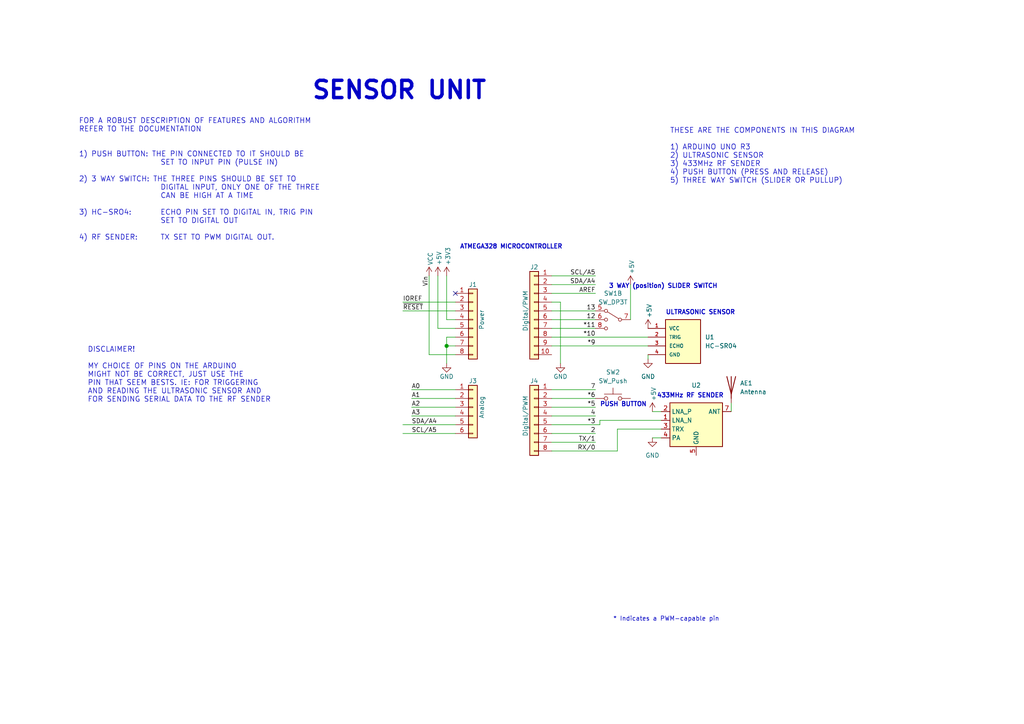
<source format=kicad_sch>
(kicad_sch (version 20230121) (generator eeschema)

  (uuid e63e39d7-6ac0-4ffd-8aa3-1841a4541b55)

  (paper "A4")

  (title_block
    (title "SENSOR UNIT")
    (date "November 28, 2023")
    (company "Electrify")
  )

  (lib_symbols
    (symbol "Connector_Generic:Conn_01x06" (pin_names (offset 1.016) hide) (in_bom yes) (on_board yes)
      (property "Reference" "J" (at 0 7.62 0)
        (effects (font (size 1.27 1.27)))
      )
      (property "Value" "Conn_01x06" (at 0 -10.16 0)
        (effects (font (size 1.27 1.27)))
      )
      (property "Footprint" "" (at 0 0 0)
        (effects (font (size 1.27 1.27)) hide)
      )
      (property "Datasheet" "~" (at 0 0 0)
        (effects (font (size 1.27 1.27)) hide)
      )
      (property "ki_keywords" "connector" (at 0 0 0)
        (effects (font (size 1.27 1.27)) hide)
      )
      (property "ki_description" "Generic connector, single row, 01x06, script generated (kicad-library-utils/schlib/autogen/connector/)" (at 0 0 0)
        (effects (font (size 1.27 1.27)) hide)
      )
      (property "ki_fp_filters" "Connector*:*_1x??_*" (at 0 0 0)
        (effects (font (size 1.27 1.27)) hide)
      )
      (symbol "Conn_01x06_1_1"
        (rectangle (start -1.27 -7.493) (end 0 -7.747)
          (stroke (width 0.1524) (type default))
          (fill (type none))
        )
        (rectangle (start -1.27 -4.953) (end 0 -5.207)
          (stroke (width 0.1524) (type default))
          (fill (type none))
        )
        (rectangle (start -1.27 -2.413) (end 0 -2.667)
          (stroke (width 0.1524) (type default))
          (fill (type none))
        )
        (rectangle (start -1.27 0.127) (end 0 -0.127)
          (stroke (width 0.1524) (type default))
          (fill (type none))
        )
        (rectangle (start -1.27 2.667) (end 0 2.413)
          (stroke (width 0.1524) (type default))
          (fill (type none))
        )
        (rectangle (start -1.27 5.207) (end 0 4.953)
          (stroke (width 0.1524) (type default))
          (fill (type none))
        )
        (rectangle (start -1.27 6.35) (end 1.27 -8.89)
          (stroke (width 0.254) (type default))
          (fill (type background))
        )
        (pin passive line (at -5.08 5.08 0) (length 3.81)
          (name "Pin_1" (effects (font (size 1.27 1.27))))
          (number "1" (effects (font (size 1.27 1.27))))
        )
        (pin passive line (at -5.08 2.54 0) (length 3.81)
          (name "Pin_2" (effects (font (size 1.27 1.27))))
          (number "2" (effects (font (size 1.27 1.27))))
        )
        (pin passive line (at -5.08 0 0) (length 3.81)
          (name "Pin_3" (effects (font (size 1.27 1.27))))
          (number "3" (effects (font (size 1.27 1.27))))
        )
        (pin passive line (at -5.08 -2.54 0) (length 3.81)
          (name "Pin_4" (effects (font (size 1.27 1.27))))
          (number "4" (effects (font (size 1.27 1.27))))
        )
        (pin passive line (at -5.08 -5.08 0) (length 3.81)
          (name "Pin_5" (effects (font (size 1.27 1.27))))
          (number "5" (effects (font (size 1.27 1.27))))
        )
        (pin passive line (at -5.08 -7.62 0) (length 3.81)
          (name "Pin_6" (effects (font (size 1.27 1.27))))
          (number "6" (effects (font (size 1.27 1.27))))
        )
      )
    )
    (symbol "Connector_Generic:Conn_01x08" (pin_names (offset 1.016) hide) (in_bom yes) (on_board yes)
      (property "Reference" "J" (at 0 10.16 0)
        (effects (font (size 1.27 1.27)))
      )
      (property "Value" "Conn_01x08" (at 0 -12.7 0)
        (effects (font (size 1.27 1.27)))
      )
      (property "Footprint" "" (at 0 0 0)
        (effects (font (size 1.27 1.27)) hide)
      )
      (property "Datasheet" "~" (at 0 0 0)
        (effects (font (size 1.27 1.27)) hide)
      )
      (property "ki_keywords" "connector" (at 0 0 0)
        (effects (font (size 1.27 1.27)) hide)
      )
      (property "ki_description" "Generic connector, single row, 01x08, script generated (kicad-library-utils/schlib/autogen/connector/)" (at 0 0 0)
        (effects (font (size 1.27 1.27)) hide)
      )
      (property "ki_fp_filters" "Connector*:*_1x??_*" (at 0 0 0)
        (effects (font (size 1.27 1.27)) hide)
      )
      (symbol "Conn_01x08_1_1"
        (rectangle (start -1.27 -10.033) (end 0 -10.287)
          (stroke (width 0.1524) (type default))
          (fill (type none))
        )
        (rectangle (start -1.27 -7.493) (end 0 -7.747)
          (stroke (width 0.1524) (type default))
          (fill (type none))
        )
        (rectangle (start -1.27 -4.953) (end 0 -5.207)
          (stroke (width 0.1524) (type default))
          (fill (type none))
        )
        (rectangle (start -1.27 -2.413) (end 0 -2.667)
          (stroke (width 0.1524) (type default))
          (fill (type none))
        )
        (rectangle (start -1.27 0.127) (end 0 -0.127)
          (stroke (width 0.1524) (type default))
          (fill (type none))
        )
        (rectangle (start -1.27 2.667) (end 0 2.413)
          (stroke (width 0.1524) (type default))
          (fill (type none))
        )
        (rectangle (start -1.27 5.207) (end 0 4.953)
          (stroke (width 0.1524) (type default))
          (fill (type none))
        )
        (rectangle (start -1.27 7.747) (end 0 7.493)
          (stroke (width 0.1524) (type default))
          (fill (type none))
        )
        (rectangle (start -1.27 8.89) (end 1.27 -11.43)
          (stroke (width 0.254) (type default))
          (fill (type background))
        )
        (pin passive line (at -5.08 7.62 0) (length 3.81)
          (name "Pin_1" (effects (font (size 1.27 1.27))))
          (number "1" (effects (font (size 1.27 1.27))))
        )
        (pin passive line (at -5.08 5.08 0) (length 3.81)
          (name "Pin_2" (effects (font (size 1.27 1.27))))
          (number "2" (effects (font (size 1.27 1.27))))
        )
        (pin passive line (at -5.08 2.54 0) (length 3.81)
          (name "Pin_3" (effects (font (size 1.27 1.27))))
          (number "3" (effects (font (size 1.27 1.27))))
        )
        (pin passive line (at -5.08 0 0) (length 3.81)
          (name "Pin_4" (effects (font (size 1.27 1.27))))
          (number "4" (effects (font (size 1.27 1.27))))
        )
        (pin passive line (at -5.08 -2.54 0) (length 3.81)
          (name "Pin_5" (effects (font (size 1.27 1.27))))
          (number "5" (effects (font (size 1.27 1.27))))
        )
        (pin passive line (at -5.08 -5.08 0) (length 3.81)
          (name "Pin_6" (effects (font (size 1.27 1.27))))
          (number "6" (effects (font (size 1.27 1.27))))
        )
        (pin passive line (at -5.08 -7.62 0) (length 3.81)
          (name "Pin_7" (effects (font (size 1.27 1.27))))
          (number "7" (effects (font (size 1.27 1.27))))
        )
        (pin passive line (at -5.08 -10.16 0) (length 3.81)
          (name "Pin_8" (effects (font (size 1.27 1.27))))
          (number "8" (effects (font (size 1.27 1.27))))
        )
      )
    )
    (symbol "Connector_Generic:Conn_01x10" (pin_names (offset 1.016) hide) (in_bom yes) (on_board yes)
      (property "Reference" "J" (at 0 12.7 0)
        (effects (font (size 1.27 1.27)))
      )
      (property "Value" "Conn_01x10" (at 0 -15.24 0)
        (effects (font (size 1.27 1.27)))
      )
      (property "Footprint" "" (at 0 0 0)
        (effects (font (size 1.27 1.27)) hide)
      )
      (property "Datasheet" "~" (at 0 0 0)
        (effects (font (size 1.27 1.27)) hide)
      )
      (property "ki_keywords" "connector" (at 0 0 0)
        (effects (font (size 1.27 1.27)) hide)
      )
      (property "ki_description" "Generic connector, single row, 01x10, script generated (kicad-library-utils/schlib/autogen/connector/)" (at 0 0 0)
        (effects (font (size 1.27 1.27)) hide)
      )
      (property "ki_fp_filters" "Connector*:*_1x??_*" (at 0 0 0)
        (effects (font (size 1.27 1.27)) hide)
      )
      (symbol "Conn_01x10_1_1"
        (rectangle (start -1.27 -12.573) (end 0 -12.827)
          (stroke (width 0.1524) (type default))
          (fill (type none))
        )
        (rectangle (start -1.27 -10.033) (end 0 -10.287)
          (stroke (width 0.1524) (type default))
          (fill (type none))
        )
        (rectangle (start -1.27 -7.493) (end 0 -7.747)
          (stroke (width 0.1524) (type default))
          (fill (type none))
        )
        (rectangle (start -1.27 -4.953) (end 0 -5.207)
          (stroke (width 0.1524) (type default))
          (fill (type none))
        )
        (rectangle (start -1.27 -2.413) (end 0 -2.667)
          (stroke (width 0.1524) (type default))
          (fill (type none))
        )
        (rectangle (start -1.27 0.127) (end 0 -0.127)
          (stroke (width 0.1524) (type default))
          (fill (type none))
        )
        (rectangle (start -1.27 2.667) (end 0 2.413)
          (stroke (width 0.1524) (type default))
          (fill (type none))
        )
        (rectangle (start -1.27 5.207) (end 0 4.953)
          (stroke (width 0.1524) (type default))
          (fill (type none))
        )
        (rectangle (start -1.27 7.747) (end 0 7.493)
          (stroke (width 0.1524) (type default))
          (fill (type none))
        )
        (rectangle (start -1.27 10.287) (end 0 10.033)
          (stroke (width 0.1524) (type default))
          (fill (type none))
        )
        (rectangle (start -1.27 11.43) (end 1.27 -13.97)
          (stroke (width 0.254) (type default))
          (fill (type background))
        )
        (pin passive line (at -5.08 10.16 0) (length 3.81)
          (name "Pin_1" (effects (font (size 1.27 1.27))))
          (number "1" (effects (font (size 1.27 1.27))))
        )
        (pin passive line (at -5.08 -12.7 0) (length 3.81)
          (name "Pin_10" (effects (font (size 1.27 1.27))))
          (number "10" (effects (font (size 1.27 1.27))))
        )
        (pin passive line (at -5.08 7.62 0) (length 3.81)
          (name "Pin_2" (effects (font (size 1.27 1.27))))
          (number "2" (effects (font (size 1.27 1.27))))
        )
        (pin passive line (at -5.08 5.08 0) (length 3.81)
          (name "Pin_3" (effects (font (size 1.27 1.27))))
          (number "3" (effects (font (size 1.27 1.27))))
        )
        (pin passive line (at -5.08 2.54 0) (length 3.81)
          (name "Pin_4" (effects (font (size 1.27 1.27))))
          (number "4" (effects (font (size 1.27 1.27))))
        )
        (pin passive line (at -5.08 0 0) (length 3.81)
          (name "Pin_5" (effects (font (size 1.27 1.27))))
          (number "5" (effects (font (size 1.27 1.27))))
        )
        (pin passive line (at -5.08 -2.54 0) (length 3.81)
          (name "Pin_6" (effects (font (size 1.27 1.27))))
          (number "6" (effects (font (size 1.27 1.27))))
        )
        (pin passive line (at -5.08 -5.08 0) (length 3.81)
          (name "Pin_7" (effects (font (size 1.27 1.27))))
          (number "7" (effects (font (size 1.27 1.27))))
        )
        (pin passive line (at -5.08 -7.62 0) (length 3.81)
          (name "Pin_8" (effects (font (size 1.27 1.27))))
          (number "8" (effects (font (size 1.27 1.27))))
        )
        (pin passive line (at -5.08 -10.16 0) (length 3.81)
          (name "Pin_9" (effects (font (size 1.27 1.27))))
          (number "9" (effects (font (size 1.27 1.27))))
        )
      )
    )
    (symbol "Deviceee:Antenna" (pin_numbers hide) (pin_names (offset 1.016) hide) (in_bom yes) (on_board yes)
      (property "Reference" "AE" (at -1.905 1.905 0)
        (effects (font (size 1.27 1.27)) (justify right))
      )
      (property "Value" "Antenna" (at -1.905 0 0)
        (effects (font (size 1.27 1.27)) (justify right))
      )
      (property "Footprint" "" (at 0 0 0)
        (effects (font (size 1.27 1.27)) hide)
      )
      (property "Datasheet" "~" (at 0 0 0)
        (effects (font (size 1.27 1.27)) hide)
      )
      (property "ki_keywords" "antenna" (at 0 0 0)
        (effects (font (size 1.27 1.27)) hide)
      )
      (property "ki_description" "Antenna" (at 0 0 0)
        (effects (font (size 1.27 1.27)) hide)
      )
      (symbol "Antenna_0_1"
        (polyline
          (pts
            (xy 0 2.54)
            (xy 0 -3.81)
          )
          (stroke (width 0.254) (type default))
          (fill (type none))
        )
        (polyline
          (pts
            (xy 1.27 2.54)
            (xy 0 -2.54)
            (xy -1.27 2.54)
          )
          (stroke (width 0.254) (type default))
          (fill (type none))
        )
      )
      (symbol "Antenna_1_1"
        (pin input line (at 0 -5.08 90) (length 2.54)
          (name "A" (effects (font (size 1.27 1.27))))
          (number "1" (effects (font (size 1.27 1.27))))
        )
      )
    )
    (symbol "GND_1" (power) (pin_names (offset 0)) (in_bom yes) (on_board yes)
      (property "Reference" "#PWR" (at 0 -6.35 0)
        (effects (font (size 1.27 1.27)) hide)
      )
      (property "Value" "GND_1" (at 0 -3.81 0)
        (effects (font (size 1.27 1.27)))
      )
      (property "Footprint" "" (at 0 0 0)
        (effects (font (size 1.27 1.27)) hide)
      )
      (property "Datasheet" "" (at 0 0 0)
        (effects (font (size 1.27 1.27)) hide)
      )
      (property "ki_keywords" "global power" (at 0 0 0)
        (effects (font (size 1.27 1.27)) hide)
      )
      (property "ki_description" "Power symbol creates a global label with name \"GND\" , ground" (at 0 0 0)
        (effects (font (size 1.27 1.27)) hide)
      )
      (symbol "GND_1_0_1"
        (polyline
          (pts
            (xy 0 0)
            (xy 0 -1.27)
            (xy 1.27 -1.27)
            (xy 0 -2.54)
            (xy -1.27 -1.27)
            (xy 0 -1.27)
          )
          (stroke (width 0) (type default))
          (fill (type none))
        )
      )
      (symbol "GND_1_1_1"
        (pin power_in line (at 0 0 270) (length 0) hide
          (name "GND" (effects (font (size 1.27 1.27))))
          (number "1" (effects (font (size 1.27 1.27))))
        )
      )
    )
    (symbol "HC-SR04:HC-SR04" (pin_names (offset 1.016)) (in_bom yes) (on_board yes)
      (property "Reference" "U" (at 0 5.0813 0)
        (effects (font (size 1.27 1.27)) (justify left bottom))
      )
      (property "Value" "HC-SR04" (at 0 -10.163 0)
        (effects (font (size 1.27 1.27)) (justify left bottom))
      )
      (property "Footprint" "XCVR_HC-SR04" (at 0 0 0)
        (effects (font (size 1.27 1.27)) (justify bottom) hide)
      )
      (property "Datasheet" "" (at 0 0 0)
        (effects (font (size 1.27 1.27)) hide)
      )
      (property "MANUFACTURER" "Osepp" (at 0 0 0)
        (effects (font (size 1.27 1.27)) (justify bottom) hide)
      )
      (symbol "HC-SR04_0_0"
        (rectangle (start 0 -7.62) (end 10.16 5.08)
          (stroke (width 0.254) (type default))
          (fill (type background))
        )
        (pin power_in line (at -5.08 2.54 0) (length 5.08)
          (name "VCC" (effects (font (size 1.016 1.016))))
          (number "1" (effects (font (size 1.016 1.016))))
        )
        (pin bidirectional line (at -5.08 0 0) (length 5.08)
          (name "TRIG" (effects (font (size 1.016 1.016))))
          (number "2" (effects (font (size 1.016 1.016))))
        )
        (pin bidirectional line (at -5.08 -2.54 0) (length 5.08)
          (name "ECHO" (effects (font (size 1.016 1.016))))
          (number "3" (effects (font (size 1.016 1.016))))
        )
        (pin power_in line (at -5.08 -5.08 0) (length 5.08)
          (name "GND" (effects (font (size 1.016 1.016))))
          (number "4" (effects (font (size 1.016 1.016))))
        )
      )
    )
    (symbol "RF:0900PC15J0013" (in_bom yes) (on_board yes)
      (property "Reference" "U" (at -6.985 8.89 0)
        (effects (font (size 1.27 1.27)))
      )
      (property "Value" "0900PC15J0013" (at 5.715 8.89 0)
        (effects (font (size 1.27 1.27)))
      )
      (property "Footprint" "RF_Converter:Balun_Johanson_0900PC15J0013" (at 4.445 -10.16 0)
        (effects (font (size 1.27 1.27)) hide)
      )
      (property "Datasheet" "https://www.johansontechnology.com/datasheets/0900PC15J0013/0900PC15J0013.pdf" (at 0 0 0)
        (effects (font (size 1.27 1.27)) hide)
      )
      (property "ki_keywords" "CC1120 CC1121 CC1125 CC1175 CC1200 CC1201 balun" (at 0 0 0)
        (effects (font (size 1.27 1.27)) hide)
      )
      (property "ki_description" "868/915MHz Impedance Matched, Multi-Function, Integrated Ceramic Passive Component for Texas Instruments CC112x, CC117x & CC12xx Chipsets" (at 0 0 0)
        (effects (font (size 1.27 1.27)) hide)
      )
      (property "ki_fp_filters" "Balun*Johanson*0900PC15J0013*" (at 0 0 0)
        (effects (font (size 1.27 1.27)) hide)
      )
      (symbol "0900PC15J0013_0_1"
        (rectangle (start -7.62 7.62) (end 7.62 -5.08)
          (stroke (width 0.254) (type default))
          (fill (type background))
        )
      )
      (symbol "0900PC15J0013_1_1"
        (pin passive line (at -10.16 2.54 0) (length 2.54)
          (name "LNA_N" (effects (font (size 1.27 1.27))))
          (number "1" (effects (font (size 1.27 1.27))))
        )
        (pin passive line (at 0 -7.62 90) (length 2.54) hide
          (name "GND" (effects (font (size 1.27 1.27))))
          (number "10" (effects (font (size 1.27 1.27))))
        )
        (pin passive line (at -10.16 5.08 0) (length 2.54)
          (name "LNA_P" (effects (font (size 1.27 1.27))))
          (number "2" (effects (font (size 1.27 1.27))))
        )
        (pin passive line (at -10.16 0 0) (length 2.54)
          (name "TRX" (effects (font (size 1.27 1.27))))
          (number "3" (effects (font (size 1.27 1.27))))
        )
        (pin passive line (at -10.16 -2.54 0) (length 2.54)
          (name "PA" (effects (font (size 1.27 1.27))))
          (number "4" (effects (font (size 1.27 1.27))))
        )
        (pin power_in line (at 0 -7.62 90) (length 2.54)
          (name "GND" (effects (font (size 1.27 1.27))))
          (number "5" (effects (font (size 1.27 1.27))))
        )
        (pin passive line (at 0 -7.62 90) (length 2.54) hide
          (name "GND" (effects (font (size 1.27 1.27))))
          (number "6" (effects (font (size 1.27 1.27))))
        )
        (pin passive line (at 10.16 5.08 180) (length 2.54)
          (name "ANT" (effects (font (size 1.27 1.27))))
          (number "7" (effects (font (size 1.27 1.27))))
        )
        (pin passive line (at 0 -7.62 90) (length 2.54) hide
          (name "GND" (effects (font (size 1.27 1.27))))
          (number "8" (effects (font (size 1.27 1.27))))
        )
        (pin passive line (at 0 -7.62 90) (length 2.54) hide
          (name "GND" (effects (font (size 1.27 1.27))))
          (number "9" (effects (font (size 1.27 1.27))))
        )
      )
    )
    (symbol "Switch:SW_DP3T" (pin_names (offset 0) hide) (in_bom yes) (on_board yes)
      (property "Reference" "SW" (at 0 5.08 0)
        (effects (font (size 1.27 1.27)))
      )
      (property "Value" "SW_DP3T" (at 0 -5.08 0)
        (effects (font (size 1.27 1.27)))
      )
      (property "Footprint" "" (at -15.875 4.445 0)
        (effects (font (size 1.27 1.27)) hide)
      )
      (property "Datasheet" "~" (at -15.875 4.445 0)
        (effects (font (size 1.27 1.27)) hide)
      )
      (property "ki_keywords" "switch dp3t ON-ON-ON" (at 0 0 0)
        (effects (font (size 1.27 1.27)) hide)
      )
      (property "ki_description" "Switch, three position, dual pole triple throw, 3 position switch, SP3T" (at 0 0 0)
        (effects (font (size 1.27 1.27)) hide)
      )
      (property "ki_fp_filters" "SW* DP3T*" (at 0 0 0)
        (effects (font (size 1.27 1.27)) hide)
      )
      (symbol "SW_DP3T_0_1"
        (circle (center -2.032 0) (radius 0.4572)
          (stroke (width 0) (type default))
          (fill (type none))
        )
        (polyline
          (pts
            (xy -1.651 0.254)
            (xy 1.651 2.286)
          )
          (stroke (width 0) (type default))
          (fill (type none))
        )
        (circle (center 2.032 -2.54) (radius 0.4572)
          (stroke (width 0) (type default))
          (fill (type none))
        )
        (circle (center 2.032 0) (radius 0.4572)
          (stroke (width 0) (type default))
          (fill (type none))
        )
        (circle (center 2.032 2.54) (radius 0.4572)
          (stroke (width 0) (type default))
          (fill (type none))
        )
      )
      (symbol "SW_DP3T_1_1"
        (pin passive line (at 5.08 2.54 180) (length 2.54)
          (name "1" (effects (font (size 1.27 1.27))))
          (number "1" (effects (font (size 1.27 1.27))))
        )
        (pin passive line (at 5.08 0 180) (length 2.54)
          (name "2" (effects (font (size 1.27 1.27))))
          (number "2" (effects (font (size 1.27 1.27))))
        )
        (pin passive line (at -5.08 0 0) (length 2.54)
          (name "3" (effects (font (size 1.27 1.27))))
          (number "3" (effects (font (size 1.27 1.27))))
        )
        (pin passive line (at 5.08 -2.54 180) (length 2.54)
          (name "4" (effects (font (size 1.27 1.27))))
          (number "4" (effects (font (size 1.27 1.27))))
        )
      )
      (symbol "SW_DP3T_2_1"
        (pin passive line (at 5.08 2.54 180) (length 2.54)
          (name "5" (effects (font (size 1.27 1.27))))
          (number "5" (effects (font (size 1.27 1.27))))
        )
        (pin passive line (at 5.08 0 180) (length 2.54)
          (name "6" (effects (font (size 1.27 1.27))))
          (number "6" (effects (font (size 1.27 1.27))))
        )
        (pin passive line (at -5.08 0 0) (length 2.54)
          (name "7" (effects (font (size 1.27 1.27))))
          (number "7" (effects (font (size 1.27 1.27))))
        )
        (pin passive line (at 5.08 -2.54 180) (length 2.54)
          (name "8" (effects (font (size 1.27 1.27))))
          (number "8" (effects (font (size 1.27 1.27))))
        )
      )
    )
    (symbol "Switch:SW_Push" (pin_numbers hide) (pin_names (offset 1.016) hide) (in_bom yes) (on_board yes)
      (property "Reference" "SW" (at 1.27 2.54 0)
        (effects (font (size 1.27 1.27)) (justify left))
      )
      (property "Value" "SW_Push" (at 0 -1.524 0)
        (effects (font (size 1.27 1.27)))
      )
      (property "Footprint" "" (at 0 5.08 0)
        (effects (font (size 1.27 1.27)) hide)
      )
      (property "Datasheet" "~" (at 0 5.08 0)
        (effects (font (size 1.27 1.27)) hide)
      )
      (property "ki_keywords" "switch normally-open pushbutton push-button" (at 0 0 0)
        (effects (font (size 1.27 1.27)) hide)
      )
      (property "ki_description" "Push button switch, generic, two pins" (at 0 0 0)
        (effects (font (size 1.27 1.27)) hide)
      )
      (symbol "SW_Push_0_1"
        (circle (center -2.032 0) (radius 0.508)
          (stroke (width 0) (type default))
          (fill (type none))
        )
        (polyline
          (pts
            (xy 0 1.27)
            (xy 0 3.048)
          )
          (stroke (width 0) (type default))
          (fill (type none))
        )
        (polyline
          (pts
            (xy 2.54 1.27)
            (xy -2.54 1.27)
          )
          (stroke (width 0) (type default))
          (fill (type none))
        )
        (circle (center 2.032 0) (radius 0.508)
          (stroke (width 0) (type default))
          (fill (type none))
        )
        (pin passive line (at -5.08 0 0) (length 2.54)
          (name "1" (effects (font (size 1.27 1.27))))
          (number "1" (effects (font (size 1.27 1.27))))
        )
        (pin passive line (at 5.08 0 180) (length 2.54)
          (name "2" (effects (font (size 1.27 1.27))))
          (number "2" (effects (font (size 1.27 1.27))))
        )
      )
    )
    (symbol "power:+3V3" (power) (pin_names (offset 0)) (in_bom yes) (on_board yes)
      (property "Reference" "#PWR" (at 0 -3.81 0)
        (effects (font (size 1.27 1.27)) hide)
      )
      (property "Value" "+3V3" (at 0 3.556 0)
        (effects (font (size 1.27 1.27)))
      )
      (property "Footprint" "" (at 0 0 0)
        (effects (font (size 1.27 1.27)) hide)
      )
      (property "Datasheet" "" (at 0 0 0)
        (effects (font (size 1.27 1.27)) hide)
      )
      (property "ki_keywords" "power-flag" (at 0 0 0)
        (effects (font (size 1.27 1.27)) hide)
      )
      (property "ki_description" "Power symbol creates a global label with name \"+3V3\"" (at 0 0 0)
        (effects (font (size 1.27 1.27)) hide)
      )
      (symbol "+3V3_0_1"
        (polyline
          (pts
            (xy -0.762 1.27)
            (xy 0 2.54)
          )
          (stroke (width 0) (type default))
          (fill (type none))
        )
        (polyline
          (pts
            (xy 0 0)
            (xy 0 2.54)
          )
          (stroke (width 0) (type default))
          (fill (type none))
        )
        (polyline
          (pts
            (xy 0 2.54)
            (xy 0.762 1.27)
          )
          (stroke (width 0) (type default))
          (fill (type none))
        )
      )
      (symbol "+3V3_1_1"
        (pin power_in line (at 0 0 90) (length 0) hide
          (name "+3V3" (effects (font (size 1.27 1.27))))
          (number "1" (effects (font (size 1.27 1.27))))
        )
      )
    )
    (symbol "power:+5V" (power) (pin_names (offset 0)) (in_bom yes) (on_board yes)
      (property "Reference" "#PWR" (at 0 -3.81 0)
        (effects (font (size 1.27 1.27)) hide)
      )
      (property "Value" "+5V" (at 0 3.556 0)
        (effects (font (size 1.27 1.27)))
      )
      (property "Footprint" "" (at 0 0 0)
        (effects (font (size 1.27 1.27)) hide)
      )
      (property "Datasheet" "" (at 0 0 0)
        (effects (font (size 1.27 1.27)) hide)
      )
      (property "ki_keywords" "power-flag" (at 0 0 0)
        (effects (font (size 1.27 1.27)) hide)
      )
      (property "ki_description" "Power symbol creates a global label with name \"+5V\"" (at 0 0 0)
        (effects (font (size 1.27 1.27)) hide)
      )
      (symbol "+5V_0_1"
        (polyline
          (pts
            (xy -0.762 1.27)
            (xy 0 2.54)
          )
          (stroke (width 0) (type default))
          (fill (type none))
        )
        (polyline
          (pts
            (xy 0 0)
            (xy 0 2.54)
          )
          (stroke (width 0) (type default))
          (fill (type none))
        )
        (polyline
          (pts
            (xy 0 2.54)
            (xy 0.762 1.27)
          )
          (stroke (width 0) (type default))
          (fill (type none))
        )
      )
      (symbol "+5V_1_1"
        (pin power_in line (at 0 0 90) (length 0) hide
          (name "+5V" (effects (font (size 1.27 1.27))))
          (number "1" (effects (font (size 1.27 1.27))))
        )
      )
    )
    (symbol "power:GND" (power) (pin_names (offset 0)) (in_bom yes) (on_board yes)
      (property "Reference" "#PWR" (at 0 -6.35 0)
        (effects (font (size 1.27 1.27)) hide)
      )
      (property "Value" "GND" (at 0 -3.81 0)
        (effects (font (size 1.27 1.27)))
      )
      (property "Footprint" "" (at 0 0 0)
        (effects (font (size 1.27 1.27)) hide)
      )
      (property "Datasheet" "" (at 0 0 0)
        (effects (font (size 1.27 1.27)) hide)
      )
      (property "ki_keywords" "power-flag" (at 0 0 0)
        (effects (font (size 1.27 1.27)) hide)
      )
      (property "ki_description" "Power symbol creates a global label with name \"GND\" , ground" (at 0 0 0)
        (effects (font (size 1.27 1.27)) hide)
      )
      (symbol "GND_0_1"
        (polyline
          (pts
            (xy 0 0)
            (xy 0 -1.27)
            (xy 1.27 -1.27)
            (xy 0 -2.54)
            (xy -1.27 -1.27)
            (xy 0 -1.27)
          )
          (stroke (width 0) (type default))
          (fill (type none))
        )
      )
      (symbol "GND_1_1"
        (pin power_in line (at 0 0 270) (length 0) hide
          (name "GND" (effects (font (size 1.27 1.27))))
          (number "1" (effects (font (size 1.27 1.27))))
        )
      )
    )
    (symbol "power:VCC" (power) (pin_names (offset 0)) (in_bom yes) (on_board yes)
      (property "Reference" "#PWR" (at 0 -3.81 0)
        (effects (font (size 1.27 1.27)) hide)
      )
      (property "Value" "VCC" (at 0 3.81 0)
        (effects (font (size 1.27 1.27)))
      )
      (property "Footprint" "" (at 0 0 0)
        (effects (font (size 1.27 1.27)) hide)
      )
      (property "Datasheet" "" (at 0 0 0)
        (effects (font (size 1.27 1.27)) hide)
      )
      (property "ki_keywords" "power-flag" (at 0 0 0)
        (effects (font (size 1.27 1.27)) hide)
      )
      (property "ki_description" "Power symbol creates a global label with name \"VCC\"" (at 0 0 0)
        (effects (font (size 1.27 1.27)) hide)
      )
      (symbol "VCC_0_1"
        (polyline
          (pts
            (xy -0.762 1.27)
            (xy 0 2.54)
          )
          (stroke (width 0) (type default))
          (fill (type none))
        )
        (polyline
          (pts
            (xy 0 0)
            (xy 0 2.54)
          )
          (stroke (width 0) (type default))
          (fill (type none))
        )
        (polyline
          (pts
            (xy 0 2.54)
            (xy 0.762 1.27)
          )
          (stroke (width 0) (type default))
          (fill (type none))
        )
      )
      (symbol "VCC_1_1"
        (pin power_in line (at 0 0 90) (length 0) hide
          (name "VCC" (effects (font (size 1.27 1.27))))
          (number "1" (effects (font (size 1.27 1.27))))
        )
      )
    )
  )

  (junction (at 129.54 100.33) (diameter 1.016) (color 0 0 0 0)
    (uuid 3dcc657b-55a1-48e0-9667-e01e7b6b08b5)
  )

  (no_connect (at 132.08 85.09) (uuid d181157c-7812-47e5-a0cf-9580c905fc86))

  (wire (pts (xy 160.02 130.81) (xy 179.07 130.81))
    (stroke (width 0) (type solid))
    (uuid 010ba307-2067-49d3-b0fa-6414143f3fc2)
  )
  (wire (pts (xy 160.02 80.01) (xy 172.72 80.01))
    (stroke (width 0) (type solid))
    (uuid 0f5d2189-4ead-42fa-8f7a-cfa3af4de132)
  )
  (wire (pts (xy 129.54 97.79) (xy 129.54 100.33))
    (stroke (width 0) (type solid))
    (uuid 1c31b835-925f-4a5c-92df-8f2558bb711b)
  )
  (wire (pts (xy 116.84 125.73) (xy 132.08 125.73))
    (stroke (width 0) (type solid))
    (uuid 20854542-d0b0-4be7-af02-0e5fceb34e01)
  )
  (wire (pts (xy 129.54 100.33) (xy 129.54 105.41))
    (stroke (width 0) (type solid))
    (uuid 2df788b2-ce68-49bc-a497-4b6570a17f30)
  )
  (wire (pts (xy 191.77 121.92) (xy 173.99 121.92))
    (stroke (width 0) (type default))
    (uuid 324c2486-ac03-4e54-a4a4-8cd904dfbb53)
  )
  (wire (pts (xy 129.54 92.71) (xy 132.08 92.71))
    (stroke (width 0) (type solid))
    (uuid 3334b11d-5a13-40b4-a117-d693c543e4ab)
  )
  (wire (pts (xy 127 95.25) (xy 132.08 95.25))
    (stroke (width 0) (type solid))
    (uuid 3661f80c-fef8-4441-83be-df8930b3b45e)
  )
  (wire (pts (xy 127 80.01) (xy 127 95.25))
    (stroke (width 0) (type solid))
    (uuid 392bf1f6-bf67-427d-8d4c-0a87cb757556)
  )
  (wire (pts (xy 160.02 90.17) (xy 172.72 90.17))
    (stroke (width 0) (type solid))
    (uuid 4227fa6f-c399-4f14-8228-23e39d2b7e7d)
  )
  (wire (pts (xy 129.54 80.01) (xy 129.54 92.71))
    (stroke (width 0) (type solid))
    (uuid 442fb4de-4d55-45de-bc27-3e6222ceb890)
  )
  (wire (pts (xy 160.02 113.03) (xy 172.72 113.03))
    (stroke (width 0) (type solid))
    (uuid 4455ee2e-5642-42c1-a83b-f7e65fa0c2f1)
  )
  (wire (pts (xy 132.08 113.03) (xy 119.38 113.03))
    (stroke (width 0) (type solid))
    (uuid 486ca832-85f4-4989-b0f4-569faf9be534)
  )
  (wire (pts (xy 160.02 92.71) (xy 172.72 92.71))
    (stroke (width 0) (type solid))
    (uuid 4a910b57-a5cd-4105-ab4f-bde2a80d4f00)
  )
  (wire (pts (xy 160.02 115.57) (xy 172.72 115.57))
    (stroke (width 0) (type solid))
    (uuid 4e60e1af-19bd-45a0-b418-b7030b594dde)
  )
  (wire (pts (xy 179.07 124.46) (xy 179.07 130.81))
    (stroke (width 0) (type default))
    (uuid 5d98176e-c1fd-4779-a6c7-22f4fc355455)
  )
  (wire (pts (xy 160.02 100.33) (xy 187.96 100.33))
    (stroke (width 0) (type solid))
    (uuid 63f2b71b-521b-4210-bf06-ed65e330fccc)
  )
  (wire (pts (xy 160.02 120.65) (xy 172.72 120.65))
    (stroke (width 0) (type solid))
    (uuid 6bb3ea5f-9e60-4add-9d97-244be2cf61d2)
  )
  (wire (pts (xy 116.84 87.63) (xy 132.08 87.63))
    (stroke (width 0) (type solid))
    (uuid 73d4774c-1387-4550-b580-a1cc0ac89b89)
  )
  (wire (pts (xy 162.56 87.63) (xy 162.56 105.41))
    (stroke (width 0) (type solid))
    (uuid 84ce350c-b0c1-4e69-9ab2-f7ec7b8bb312)
  )
  (wire (pts (xy 160.02 85.09) (xy 172.72 85.09))
    (stroke (width 0) (type solid))
    (uuid 8a3d35a2-f0f6-4dec-a606-7c8e288ca828)
  )
  (wire (pts (xy 132.08 118.11) (xy 119.38 118.11))
    (stroke (width 0) (type solid))
    (uuid 9377eb1a-3b12-438c-8ebd-f86ace1e8d25)
  )
  (wire (pts (xy 116.84 90.17) (xy 132.08 90.17))
    (stroke (width 0) (type solid))
    (uuid 93e52853-9d1e-4afe-aee8-b825ab9f5d09)
  )
  (wire (pts (xy 132.08 100.33) (xy 129.54 100.33))
    (stroke (width 0) (type solid))
    (uuid 97df9ac9-dbb8-472e-b84f-3684d0eb5efc)
  )
  (wire (pts (xy 160.02 123.19) (xy 173.99 123.19))
    (stroke (width 0) (type default))
    (uuid 9b709f97-e69b-4835-9c5f-29677dd1824e)
  )
  (wire (pts (xy 132.08 102.87) (xy 124.46 102.87))
    (stroke (width 0) (type solid))
    (uuid a7518f9d-05df-4211-ba17-5d615f04ec46)
  )
  (wire (pts (xy 119.38 115.57) (xy 132.08 115.57))
    (stroke (width 0) (type solid))
    (uuid aab97e46-23d6-4cbf-8684-537b94306d68)
  )
  (wire (pts (xy 160.02 97.79) (xy 187.96 97.79))
    (stroke (width 0) (type default))
    (uuid ab4d6525-6db2-4856-8357-5a7413fcfecc)
  )
  (wire (pts (xy 187.96 104.14) (xy 187.96 102.87))
    (stroke (width 0) (type default))
    (uuid b7624eea-1175-4ebd-af34-fed115e5dc45)
  )
  (wire (pts (xy 191.77 124.46) (xy 179.07 124.46))
    (stroke (width 0) (type default))
    (uuid b8c39746-4b0a-4c18-aca6-3b62bc8daa72)
  )
  (wire (pts (xy 160.02 87.63) (xy 162.56 87.63))
    (stroke (width 0) (type solid))
    (uuid bcbc7302-8a54-4b9b-98b9-f277f1b20941)
  )
  (wire (pts (xy 191.77 119.38) (xy 189.23 119.38))
    (stroke (width 0) (type default))
    (uuid bd65e92e-9eb4-4dbc-aeaf-7b28448a08e2)
  )
  (wire (pts (xy 132.08 97.79) (xy 129.54 97.79))
    (stroke (width 0) (type solid))
    (uuid c12796ad-cf20-466f-9ab3-9cf441392c32)
  )
  (wire (pts (xy 160.02 95.25) (xy 172.72 95.25))
    (stroke (width 0) (type solid))
    (uuid c722a1ff-12f1-49e5-88a4-44ffeb509ca2)
  )
  (wire (pts (xy 160.02 128.27) (xy 172.72 128.27))
    (stroke (width 0) (type default))
    (uuid cf2c5d6c-70b9-468a-b607-c80e5d90be6e)
  )
  (wire (pts (xy 160.02 118.11) (xy 172.72 118.11))
    (stroke (width 0) (type solid))
    (uuid cfe99980-2d98-4372-b495-04c53027340b)
  )
  (wire (pts (xy 119.38 120.65) (xy 132.08 120.65))
    (stroke (width 0) (type solid))
    (uuid d3042136-2605-44b2-aebb-5484a9c90933)
  )
  (wire (pts (xy 191.77 127) (xy 189.23 127))
    (stroke (width 0) (type default))
    (uuid e204991b-3d24-46bb-9490-c359632d9157)
  )
  (wire (pts (xy 160.02 82.55) (xy 172.72 82.55))
    (stroke (width 0) (type solid))
    (uuid e7278977-132b-4777-9eb4-7d93363a4379)
  )
  (wire (pts (xy 182.88 82.55) (xy 182.88 92.71))
    (stroke (width 0) (type default))
    (uuid e7e15b5a-0f22-41ad-a046-b5b9cbf9a8a0)
  )
  (wire (pts (xy 160.02 125.73) (xy 172.72 125.73))
    (stroke (width 0) (type solid))
    (uuid e9bdd59b-3252-4c44-a357-6fa1af0c210c)
  )
  (wire (pts (xy 173.99 121.92) (xy 173.99 123.19))
    (stroke (width 0) (type default))
    (uuid ec896cc6-a833-43b6-9b48-f54d93c1bccb)
  )
  (wire (pts (xy 212.09 119.38) (xy 212.09 116.84))
    (stroke (width 0) (type default))
    (uuid f30fa537-0070-44d4-8d6e-3bb0d1d3bc94)
  )
  (wire (pts (xy 124.46 102.87) (xy 124.46 80.01))
    (stroke (width 0) (type solid))
    (uuid f8de70cd-e47d-4e80-8f3a-077e9df93aa8)
  )
  (wire (pts (xy 116.84 123.19) (xy 132.08 123.19))
    (stroke (width 0) (type solid))
    (uuid fc39c32d-65b8-4d16-9db5-de89c54a1206)
  )

  (text "FOR A ROBUST DESCRIPTION OF FEATURES AND ALGORITHM\nREFER TO THE DOCUMENTATION\n\n\n1) PUSH BUTTON: THE PIN CONNECTED TO IT SHOULD BE\n				SET TO INPUT PIN (PULSE IN)\n\n2) 3 WAY SWITCH: THE THREE PINS SHOULD BE SET TO\n				DIGITAL INPUT, ONLY ONE OF THE THREE\n				CAN BE HIGH AT A TIME\n\n3) HC-SRO4:		ECHO PIN SET TO DIGITAL IN, TRIG PIN\n				SET TO DIGITAL OUT\n\n4) RF SENDER:	TX SET TO PWM DIGITAL OUT."
    (at 22.86 69.85 0)
    (effects (font (size 1.5 1.5)) (justify left bottom))
    (uuid 061d2287-5b9c-48f2-bde3-3c74554cfa4b)
  )
  (text "THESE ARE THE COMPONENTS IN THIS DIAGRAM\n\n1) ARDUINO UNO R3\n2) ULTRASONIC SENSOR\n3) 433MHz RF SENDER\n4) PUSH BUTTON (PRESS AND RELEASE)\n5) THREE WAY SWITCH (SLIDER OR PULLUP)"
    (at 194.31 53.34 0)
    (effects (font (size 1.5 1.5)) (justify left bottom))
    (uuid 0dc2b4b4-bedd-4269-8bc9-ca3e5ea75caf)
  )
  (text "DISCLAIMER!\n\nMY CHOICE OF PINS ON THE ARDUINO\nMIGHT NOT BE CORRECT, JUST USE THE\nPIN THAT SEEM BESTS. IE: FOR TRIGGERING\nAND READING THE ULTRASONIC SENSOR AND\nFOR SENDING SERIAL DATA TO THE RF SENDER"
    (at 25.4 116.84 0)
    (effects (font (size 1.5 1.5)) (justify left bottom))
    (uuid 0fd7757a-89a4-444f-b4dc-02e4ed2f69fc)
  )
  (text "ATMEGA328 MICROCONTROLLER" (at 133.35 72.39 0)
    (effects (font (size 1.27 1.27) bold) (justify left bottom))
    (uuid 15ef3b8e-757d-479e-bc75-21703b2e06e0)
  )
  (text "PUSH BUTTON" (at 173.99 118.11 0)
    (effects (font (size 1.27 1.27) bold) (justify left bottom))
    (uuid 319b3ebd-57c8-42a4-a162-32ada47599b2)
  )
  (text "SENSOR UNIT" (at 90.17 29.21 0)
    (effects (font (size 5 5) (thickness 1) bold) (justify left bottom))
    (uuid 8b4a552a-2ddb-41c3-8ac4-7642a625da27)
  )
  (text "* Indicates a PWM-capable pin" (at 177.8 180.34 0)
    (effects (font (size 1.27 1.27)) (justify left bottom))
    (uuid c364973a-9a67-4667-8185-a3a5c6c6cbdf)
  )
  (text "3 WAY (position) SLIDER SWITCH" (at 176.53 83.82 0)
    (effects (font (size 1.27 1.27) bold) (justify left bottom))
    (uuid da492742-07b1-4986-aee0-5e81d5f00e16)
  )
  (text "433MHz RF SENDER" (at 190.5 115.57 0)
    (effects (font (size 1.27 1.27) bold) (justify left bottom))
    (uuid e1ef2436-db69-4496-a3d2-a641231732ec)
  )
  (text "ULTRASONIC SENSOR " (at 193.04 91.44 0)
    (effects (font (size 1.27 1.27) bold) (justify left bottom))
    (uuid f6a38711-df62-4499-8ad4-cf87c5fa2a5d)
  )

  (label "RX{slash}0" (at 172.72 130.81 180) (fields_autoplaced)
    (effects (font (size 1.27 1.27)) (justify right bottom))
    (uuid 01ea9310-cf66-436b-9b89-1a2f4237b59e)
  )
  (label "A2" (at 119.38 118.11 0) (fields_autoplaced)
    (effects (font (size 1.27 1.27)) (justify left bottom))
    (uuid 09251fd4-af37-4d86-8951-1faaac710ffa)
  )
  (label "4" (at 172.72 120.65 180) (fields_autoplaced)
    (effects (font (size 1.27 1.27)) (justify right bottom))
    (uuid 0d8cfe6d-11bf-42b9-9752-f9a5a76bce7e)
  )
  (label "2" (at 172.72 125.73 180) (fields_autoplaced)
    (effects (font (size 1.27 1.27)) (justify right bottom))
    (uuid 23f0c933-49f0-4410-a8db-8b017f48dadc)
  )
  (label "A3" (at 119.38 120.65 0) (fields_autoplaced)
    (effects (font (size 1.27 1.27)) (justify left bottom))
    (uuid 2c60ab74-0590-423b-8921-6f3212a358d2)
  )
  (label "13" (at 172.72 90.17 180) (fields_autoplaced)
    (effects (font (size 1.27 1.27)) (justify right bottom))
    (uuid 35bc5b35-b7b2-44d5-bbed-557f428649b2)
  )
  (label "12" (at 172.72 92.71 180) (fields_autoplaced)
    (effects (font (size 1.27 1.27)) (justify right bottom))
    (uuid 3ffaa3b1-1d78-4c7b-bdf9-f1a8019c92fd)
  )
  (label "~{RESET}" (at 116.84 90.17 0) (fields_autoplaced)
    (effects (font (size 1.27 1.27)) (justify left bottom))
    (uuid 49585dba-cfa7-4813-841e-9d900d43ecf4)
  )
  (label "*10" (at 172.72 97.79 180) (fields_autoplaced)
    (effects (font (size 1.27 1.27)) (justify right bottom))
    (uuid 54be04e4-fffa-4f7f-8a5f-d0de81314e8f)
  )
  (label "7" (at 172.72 113.03 180) (fields_autoplaced)
    (effects (font (size 1.27 1.27)) (justify right bottom))
    (uuid 873d2c88-519e-482f-a3ed-2484e5f9417e)
  )
  (label "SDA{slash}A4" (at 172.72 82.55 180) (fields_autoplaced)
    (effects (font (size 1.27 1.27)) (justify right bottom))
    (uuid 8885a9dc-224d-44c5-8601-05c1d9983e09)
  )
  (label "*11" (at 172.72 95.25 180) (fields_autoplaced)
    (effects (font (size 1.27 1.27)) (justify right bottom))
    (uuid 9ad5a781-2469-4c8f-8abf-a1c3586f7cb7)
  )
  (label "*3" (at 172.72 123.19 180) (fields_autoplaced)
    (effects (font (size 1.27 1.27)) (justify right bottom))
    (uuid 9cccf5f9-68a4-4e61-b418-6185dd6a5f9a)
  )
  (label "A1" (at 119.38 115.57 0) (fields_autoplaced)
    (effects (font (size 1.27 1.27)) (justify left bottom))
    (uuid acc9991b-1bdd-4544-9a08-4037937485cb)
  )
  (label "TX{slash}1" (at 172.72 128.27 180) (fields_autoplaced)
    (effects (font (size 1.27 1.27)) (justify right bottom))
    (uuid ae2c9582-b445-44bd-b371-7fc74f6cf852)
  )
  (label "A0" (at 119.38 113.03 0) (fields_autoplaced)
    (effects (font (size 1.27 1.27)) (justify left bottom))
    (uuid ba02dc27-26a3-4648-b0aa-06b6dcaf001f)
  )
  (label "AREF" (at 172.72 85.09 180) (fields_autoplaced)
    (effects (font (size 1.27 1.27)) (justify right bottom))
    (uuid bbf52cf8-6d97-4499-a9ee-3657cebcdabf)
  )
  (label "Vin" (at 124.46 80.01 270) (fields_autoplaced)
    (effects (font (size 1.27 1.27)) (justify right bottom))
    (uuid c348793d-eec0-4f33-9b91-2cae8b4224a4)
  )
  (label "*6" (at 172.72 115.57 180) (fields_autoplaced)
    (effects (font (size 1.27 1.27)) (justify right bottom))
    (uuid c775d4e8-c37b-4e73-90c1-1c8d36333aac)
  )
  (label "SCL{slash}A5" (at 172.72 80.01 180) (fields_autoplaced)
    (effects (font (size 1.27 1.27)) (justify right bottom))
    (uuid cba886fc-172a-42fe-8e4c-daace6eaef8e)
  )
  (label "*9" (at 172.72 100.33 180) (fields_autoplaced)
    (effects (font (size 1.27 1.27)) (justify right bottom))
    (uuid ccb58899-a82d-403c-b30b-ee351d622e9c)
  )
  (label "*5" (at 172.72 118.11 180) (fields_autoplaced)
    (effects (font (size 1.27 1.27)) (justify right bottom))
    (uuid d9a65242-9c26-45cd-9a55-3e69f0d77784)
  )
  (label "IOREF" (at 116.84 87.63 0) (fields_autoplaced)
    (effects (font (size 1.27 1.27)) (justify left bottom))
    (uuid de819ae4-b245-474b-a426-865ba877b8a2)
  )
  (label "SDA{slash}A4" (at 119.38 123.19 0) (fields_autoplaced)
    (effects (font (size 1.27 1.27)) (justify left bottom))
    (uuid e7ce99b8-ca22-4c56-9e55-39d32c709f3c)
  )
  (label "SCL{slash}A5" (at 119.38 125.73 0) (fields_autoplaced)
    (effects (font (size 1.27 1.27)) (justify left bottom))
    (uuid ea5aa60b-a25e-41a1-9e06-c7b6f957567f)
  )

  (symbol (lib_id "Connector_Generic:Conn_01x08") (at 137.16 92.71 0) (unit 1)
    (in_bom yes) (on_board yes) (dnp no)
    (uuid 00000000-0000-0000-0000-000056d71773)
    (property "Reference" "J1" (at 137.16 82.55 0)
      (effects (font (size 1.27 1.27)))
    )
    (property "Value" "Power" (at 139.7 92.71 90)
      (effects (font (size 1.27 1.27)))
    )
    (property "Footprint" "Connector_PinSocket_2.54mm:PinSocket_1x08_P2.54mm_Vertical" (at 137.16 92.71 0)
      (effects (font (size 1.27 1.27)) hide)
    )
    (property "Datasheet" "" (at 137.16 92.71 0)
      (effects (font (size 1.27 1.27)))
    )
    (pin "1" (uuid 698f0f87-0ead-426c-813b-7a95b4b7e72d))
    (pin "2" (uuid 963282bf-ac84-4368-b7a9-9dea159fc6cc))
    (pin "3" (uuid e26d4a00-652a-4819-a4c9-f9115cef9d5d))
    (pin "4" (uuid 671fa65d-bf04-4cb7-85df-f2159339efe7))
    (pin "5" (uuid 34ff30af-4edf-4012-9b87-dded526fd61d))
    (pin "6" (uuid 13a6f5d3-22ac-4f86-92bc-56c386edacb2))
    (pin "7" (uuid de02924d-648a-428c-8e4a-373016843f23))
    (pin "8" (uuid c543a006-eac5-4b7f-b72b-f9c4d58adc7d))
    (instances
      (project "arduino test"
        (path "/e63e39d7-6ac0-4ffd-8aa3-1841a4541b55"
          (reference "J1") (unit 1)
        )
      )
    )
  )

  (symbol (lib_id "power:+3V3") (at 129.54 80.01 0) (unit 1)
    (in_bom yes) (on_board yes) (dnp no)
    (uuid 00000000-0000-0000-0000-000056d71aa9)
    (property "Reference" "#PWR03" (at 129.54 83.82 0)
      (effects (font (size 1.27 1.27)) hide)
    )
    (property "Value" "+3.3V" (at 129.921 76.962 90)
      (effects (font (size 1.27 1.27)) (justify left))
    )
    (property "Footprint" "" (at 129.54 80.01 0)
      (effects (font (size 1.27 1.27)))
    )
    (property "Datasheet" "" (at 129.54 80.01 0)
      (effects (font (size 1.27 1.27)))
    )
    (pin "1" (uuid bcca7ec1-dbd9-4213-b907-c2596912a405))
    (instances
      (project "arduino test"
        (path "/e63e39d7-6ac0-4ffd-8aa3-1841a4541b55"
          (reference "#PWR03") (unit 1)
        )
      )
    )
  )

  (symbol (lib_id "power:+5V") (at 127 80.01 0) (unit 1)
    (in_bom yes) (on_board yes) (dnp no)
    (uuid 00000000-0000-0000-0000-000056d71d10)
    (property "Reference" "#PWR02" (at 127 83.82 0)
      (effects (font (size 1.27 1.27)) hide)
    )
    (property "Value" "+5V" (at 127.3556 76.962 90)
      (effects (font (size 1.27 1.27)) (justify left))
    )
    (property "Footprint" "" (at 127 80.01 0)
      (effects (font (size 1.27 1.27)))
    )
    (property "Datasheet" "" (at 127 80.01 0)
      (effects (font (size 1.27 1.27)))
    )
    (pin "1" (uuid 191a0078-718a-465c-bb8f-4f70fc82ea65))
    (instances
      (project "arduino test"
        (path "/e63e39d7-6ac0-4ffd-8aa3-1841a4541b55"
          (reference "#PWR02") (unit 1)
        )
      )
    )
  )

  (symbol (lib_id "power:GND") (at 129.54 105.41 0) (unit 1)
    (in_bom yes) (on_board yes) (dnp no)
    (uuid 00000000-0000-0000-0000-000056d721e6)
    (property "Reference" "#PWR04" (at 129.54 111.76 0)
      (effects (font (size 1.27 1.27)) hide)
    )
    (property "Value" "GND" (at 129.54 109.22 0)
      (effects (font (size 1.27 1.27)))
    )
    (property "Footprint" "" (at 129.54 105.41 0)
      (effects (font (size 1.27 1.27)))
    )
    (property "Datasheet" "" (at 129.54 105.41 0)
      (effects (font (size 1.27 1.27)))
    )
    (pin "1" (uuid 14b70811-3189-4003-be48-1d7b0e2a7fa1))
    (instances
      (project "arduino test"
        (path "/e63e39d7-6ac0-4ffd-8aa3-1841a4541b55"
          (reference "#PWR04") (unit 1)
        )
      )
    )
  )

  (symbol (lib_id "Connector_Generic:Conn_01x10") (at 154.94 90.17 0) (mirror y) (unit 1)
    (in_bom yes) (on_board yes) (dnp no)
    (uuid 00000000-0000-0000-0000-000056d72368)
    (property "Reference" "J2" (at 154.94 77.47 0)
      (effects (font (size 1.27 1.27)))
    )
    (property "Value" "Digital/PWM" (at 152.4 90.17 90)
      (effects (font (size 1.27 1.27)))
    )
    (property "Footprint" "Connector_PinSocket_2.54mm:PinSocket_1x10_P2.54mm_Vertical" (at 154.94 90.17 0)
      (effects (font (size 1.27 1.27)) hide)
    )
    (property "Datasheet" "" (at 154.94 90.17 0)
      (effects (font (size 1.27 1.27)))
    )
    (pin "1" (uuid 49f6f37e-4b55-44eb-ad29-9adc0dd2d7cf))
    (pin "10" (uuid 0c111320-5758-46d4-a0d6-28618e1ee792))
    (pin "2" (uuid 228788cd-d63a-463e-820c-0d705d1ab80a))
    (pin "3" (uuid ba5f4f60-f2fc-4bac-9b9e-f8774db72297))
    (pin "4" (uuid 52ce33d9-235a-484c-a7f3-b654c23a1d6f))
    (pin "5" (uuid 162a5fdf-8923-4ae9-9734-41e4b1873462))
    (pin "6" (uuid 76b7f0ac-0188-4670-a08d-2afc34a2e425))
    (pin "7" (uuid f903c1cc-3eaf-4f90-944f-bf2cff3cbf2f))
    (pin "8" (uuid 738b393b-89f5-49c0-8004-a312586ff95b))
    (pin "9" (uuid a824b39b-c5ec-4c6b-897d-b3969774006c))
    (instances
      (project "arduino test"
        (path "/e63e39d7-6ac0-4ffd-8aa3-1841a4541b55"
          (reference "J2") (unit 1)
        )
      )
    )
  )

  (symbol (lib_id "power:GND") (at 162.56 105.41 0) (unit 1)
    (in_bom yes) (on_board yes) (dnp no)
    (uuid 00000000-0000-0000-0000-000056d72a3d)
    (property "Reference" "#PWR05" (at 162.56 111.76 0)
      (effects (font (size 1.27 1.27)) hide)
    )
    (property "Value" "GND" (at 162.56 109.22 0)
      (effects (font (size 1.27 1.27)))
    )
    (property "Footprint" "" (at 162.56 105.41 0)
      (effects (font (size 1.27 1.27)))
    )
    (property "Datasheet" "" (at 162.56 105.41 0)
      (effects (font (size 1.27 1.27)))
    )
    (pin "1" (uuid 17db0bcc-5b94-4700-bf60-04079cefad90))
    (instances
      (project "arduino test"
        (path "/e63e39d7-6ac0-4ffd-8aa3-1841a4541b55"
          (reference "#PWR05") (unit 1)
        )
      )
    )
  )

  (symbol (lib_id "Connector_Generic:Conn_01x06") (at 137.16 118.11 0) (unit 1)
    (in_bom yes) (on_board yes) (dnp no)
    (uuid 00000000-0000-0000-0000-000056d72f1c)
    (property "Reference" "J3" (at 137.16 110.49 0)
      (effects (font (size 1.27 1.27)))
    )
    (property "Value" "Analog" (at 139.7 118.11 90)
      (effects (font (size 1.27 1.27)))
    )
    (property "Footprint" "Connector_PinSocket_2.54mm:PinSocket_1x06_P2.54mm_Vertical" (at 137.16 118.11 0)
      (effects (font (size 1.27 1.27)) hide)
    )
    (property "Datasheet" "~" (at 137.16 118.11 0)
      (effects (font (size 1.27 1.27)) hide)
    )
    (pin "1" (uuid 4f19121a-f7e7-499e-b815-f75fc635895c))
    (pin "2" (uuid f9327631-b3e2-4e19-b2fb-1dcfc0990ba2))
    (pin "3" (uuid fbff766e-d23f-414e-b2c7-ee51dc01ba5e))
    (pin "4" (uuid 20d2ed50-365c-4f6f-989a-e09d313b6ebe))
    (pin "5" (uuid a574173b-d0b2-4517-81d5-03dcc6967912))
    (pin "6" (uuid a3dc563d-ce84-4d2b-98d0-e5eb0887901c))
    (instances
      (project "arduino test"
        (path "/e63e39d7-6ac0-4ffd-8aa3-1841a4541b55"
          (reference "J3") (unit 1)
        )
      )
    )
  )

  (symbol (lib_id "Connector_Generic:Conn_01x08") (at 154.94 120.65 0) (mirror y) (unit 1)
    (in_bom yes) (on_board yes) (dnp no)
    (uuid 00000000-0000-0000-0000-000056d734d0)
    (property "Reference" "J4" (at 154.94 110.49 0)
      (effects (font (size 1.27 1.27)))
    )
    (property "Value" "Digital/PWM" (at 152.4 120.65 90)
      (effects (font (size 1.27 1.27)))
    )
    (property "Footprint" "Connector_PinSocket_2.54mm:PinSocket_1x08_P2.54mm_Vertical" (at 154.94 120.65 0)
      (effects (font (size 1.27 1.27)) hide)
    )
    (property "Datasheet" "" (at 154.94 120.65 0)
      (effects (font (size 1.27 1.27)))
    )
    (pin "1" (uuid fa7f5238-61ec-440d-9b9a-147b5be81b2a))
    (pin "2" (uuid 80ad4524-b7ef-4f66-a271-122f64b1edd6))
    (pin "3" (uuid babf881d-eb2d-42a9-b829-a9726bc33ede))
    (pin "4" (uuid f2dc7e38-f8d5-4950-9a71-fb0549748c01))
    (pin "5" (uuid 6ee7a009-aea9-486e-a0e4-b23585655d0e))
    (pin "6" (uuid 9c0945eb-8684-4ef4-a393-ed80478ddda5))
    (pin "7" (uuid 755726c8-17a5-42d0-97aa-e953ff9c3b0f))
    (pin "8" (uuid 4410f6c5-b648-4e54-90c8-cb4f36dcc463))
    (instances
      (project "arduino test"
        (path "/e63e39d7-6ac0-4ffd-8aa3-1841a4541b55"
          (reference "J4") (unit 1)
        )
      )
    )
  )

  (symbol (lib_id "power:+5V") (at 189.23 119.38 0) (unit 1)
    (in_bom yes) (on_board yes) (dnp no)
    (uuid 0752285f-dc85-4eb5-b417-d7f5b0c8d4cc)
    (property "Reference" "#PWR08" (at 189.23 123.19 0)
      (effects (font (size 1.27 1.27)) hide)
    )
    (property "Value" "+5V" (at 189.5856 116.332 90)
      (effects (font (size 1.27 1.27)) (justify left))
    )
    (property "Footprint" "" (at 189.23 119.38 0)
      (effects (font (size 1.27 1.27)))
    )
    (property "Datasheet" "" (at 189.23 119.38 0)
      (effects (font (size 1.27 1.27)))
    )
    (pin "1" (uuid c41994cb-049a-44fd-8cf8-3c0e80010b13))
    (instances
      (project "arduino test"
        (path "/e63e39d7-6ac0-4ffd-8aa3-1841a4541b55"
          (reference "#PWR08") (unit 1)
        )
      )
    )
  )

  (symbol (lib_id "power:+5V") (at 182.88 82.55 0) (unit 1)
    (in_bom yes) (on_board yes) (dnp no)
    (uuid 136f7525-ae32-456d-868f-91c8d8649e54)
    (property "Reference" "#PWR010" (at 182.88 86.36 0)
      (effects (font (size 1.27 1.27)) hide)
    )
    (property "Value" "+5V" (at 183.2356 79.502 90)
      (effects (font (size 1.27 1.27)) (justify left))
    )
    (property "Footprint" "" (at 182.88 82.55 0)
      (effects (font (size 1.27 1.27)))
    )
    (property "Datasheet" "" (at 182.88 82.55 0)
      (effects (font (size 1.27 1.27)))
    )
    (pin "1" (uuid f2abee7a-3853-481b-8567-b753611ce52f))
    (instances
      (project "arduino test"
        (path "/e63e39d7-6ac0-4ffd-8aa3-1841a4541b55"
          (reference "#PWR010") (unit 1)
        )
      )
    )
  )

  (symbol (lib_id "Switch:SW_Push") (at 177.8 115.57 0) (unit 1)
    (in_bom yes) (on_board yes) (dnp no) (fields_autoplaced)
    (uuid 1b011367-5b6c-4514-b8b4-0435c0e4da02)
    (property "Reference" "SW2" (at 177.8 107.95 0)
      (effects (font (size 1.27 1.27)))
    )
    (property "Value" "SW_Push" (at 177.8 110.49 0)
      (effects (font (size 1.27 1.27)))
    )
    (property "Footprint" "" (at 177.8 110.49 0)
      (effects (font (size 1.27 1.27)) hide)
    )
    (property "Datasheet" "~" (at 177.8 110.49 0)
      (effects (font (size 1.27 1.27)) hide)
    )
    (pin "1" (uuid fe9da396-8097-457e-af1b-1555035a06fc))
    (pin "2" (uuid a119a41c-30b7-4931-bf59-204979faba71))
    (instances
      (project "arduino test"
        (path "/e63e39d7-6ac0-4ffd-8aa3-1841a4541b55"
          (reference "SW2") (unit 1)
        )
      )
    )
  )

  (symbol (lib_name "GND_1") (lib_id "power:GND") (at 187.96 104.14 0) (unit 1)
    (in_bom yes) (on_board yes) (dnp no) (fields_autoplaced)
    (uuid 232860db-3153-4788-9552-006c05ceb421)
    (property "Reference" "#PWR06" (at 187.96 110.49 0)
      (effects (font (size 1.27 1.27)) hide)
    )
    (property "Value" "GND" (at 187.96 109.22 0)
      (effects (font (size 1.27 1.27)))
    )
    (property "Footprint" "" (at 187.96 104.14 0)
      (effects (font (size 1.27 1.27)) hide)
    )
    (property "Datasheet" "" (at 187.96 104.14 0)
      (effects (font (size 1.27 1.27)) hide)
    )
    (pin "1" (uuid 2e3e164c-8df2-40db-a140-8dee21dfcd0e))
    (instances
      (project "arduino test"
        (path "/e63e39d7-6ac0-4ffd-8aa3-1841a4541b55"
          (reference "#PWR06") (unit 1)
        )
      )
    )
  )

  (symbol (lib_id "Deviceee:Antenna") (at 212.09 111.76 0) (unit 1)
    (in_bom yes) (on_board yes) (dnp no) (fields_autoplaced)
    (uuid 2dc538e5-86d8-43df-ac08-2760e78412c5)
    (property "Reference" "AE1" (at 214.63 111.125 0)
      (effects (font (size 1.27 1.27)) (justify left))
    )
    (property "Value" "Antenna" (at 214.63 113.665 0)
      (effects (font (size 1.27 1.27)) (justify left))
    )
    (property "Footprint" "" (at 212.09 111.76 0)
      (effects (font (size 1.27 1.27)) hide)
    )
    (property "Datasheet" "~" (at 212.09 111.76 0)
      (effects (font (size 1.27 1.27)) hide)
    )
    (pin "1" (uuid f6323ed9-7b57-43fa-9327-9832ab8b4da9))
    (instances
      (project "arduino test"
        (path "/e63e39d7-6ac0-4ffd-8aa3-1841a4541b55"
          (reference "AE1") (unit 1)
        )
      )
    )
  )

  (symbol (lib_id "Switch:SW_DP3T") (at 177.8 92.71 0) (mirror y) (unit 2)
    (in_bom yes) (on_board yes) (dnp no) (fields_autoplaced)
    (uuid 532e9713-c4c3-47ab-bed3-32cf73dd3211)
    (property "Reference" "SW1" (at 177.8 85.09 0)
      (effects (font (size 1.27 1.27)))
    )
    (property "Value" "SW_DP3T" (at 177.8 87.63 0)
      (effects (font (size 1.27 1.27)))
    )
    (property "Footprint" "" (at 193.675 88.265 0)
      (effects (font (size 1.27 1.27)) hide)
    )
    (property "Datasheet" "~" (at 193.675 88.265 0)
      (effects (font (size 1.27 1.27)) hide)
    )
    (pin "1" (uuid 936fbc21-5afe-4f13-a469-35f8d87790ad))
    (pin "2" (uuid c0a52974-ea8f-4b39-a84f-525c800f00d8))
    (pin "3" (uuid 327d390f-9ed1-4a05-829e-6aa0a24c2db1))
    (pin "4" (uuid 94851312-9cdd-4aa3-a6b6-daef5acdfe30))
    (pin "5" (uuid 073d32a2-0421-4711-92cf-abc2d1d859b1))
    (pin "6" (uuid 7fd4dd5b-d39e-464e-aca8-24d5e1cfd195))
    (pin "7" (uuid 555cd7cd-d304-46c9-aff6-a02b141b7a3f))
    (pin "8" (uuid 0b001903-6735-4bc1-9edb-12bfa4d37993))
    (instances
      (project "arduino test"
        (path "/e63e39d7-6ac0-4ffd-8aa3-1841a4541b55"
          (reference "SW1") (unit 2)
        )
      )
    )
  )

  (symbol (lib_id "power:VCC") (at 124.46 80.01 0) (unit 1)
    (in_bom yes) (on_board yes) (dnp no)
    (uuid 5ca20c89-dc15-4322-ac65-caf5d0f5fcce)
    (property "Reference" "#PWR01" (at 124.46 83.82 0)
      (effects (font (size 1.27 1.27)) hide)
    )
    (property "Value" "VCC" (at 124.841 76.962 90)
      (effects (font (size 1.27 1.27)) (justify left))
    )
    (property "Footprint" "" (at 124.46 80.01 0)
      (effects (font (size 1.27 1.27)) hide)
    )
    (property "Datasheet" "" (at 124.46 80.01 0)
      (effects (font (size 1.27 1.27)) hide)
    )
    (pin "1" (uuid 87711917-73e4-4df6-a2cf-a17dcb7f23a7))
    (instances
      (project "arduino test"
        (path "/e63e39d7-6ac0-4ffd-8aa3-1841a4541b55"
          (reference "#PWR01") (unit 1)
        )
      )
    )
  )

  (symbol (lib_id "power:+5V") (at 187.96 95.25 0) (unit 1)
    (in_bom yes) (on_board yes) (dnp no)
    (uuid 5d7a23ea-393f-4c2e-927f-d3882c2ec5b3)
    (property "Reference" "#PWR09" (at 187.96 99.06 0)
      (effects (font (size 1.27 1.27)) hide)
    )
    (property "Value" "+5V" (at 188.3156 92.202 90)
      (effects (font (size 1.27 1.27)) (justify left))
    )
    (property "Footprint" "" (at 187.96 95.25 0)
      (effects (font (size 1.27 1.27)))
    )
    (property "Datasheet" "" (at 187.96 95.25 0)
      (effects (font (size 1.27 1.27)))
    )
    (pin "1" (uuid df7dbce2-ae95-48d4-8e39-f1629d1f7f59))
    (instances
      (project "arduino test"
        (path "/e63e39d7-6ac0-4ffd-8aa3-1841a4541b55"
          (reference "#PWR09") (unit 1)
        )
      )
    )
  )

  (symbol (lib_name "GND_1") (lib_id "power:GND") (at 189.23 127 0) (unit 1)
    (in_bom yes) (on_board yes) (dnp no) (fields_autoplaced)
    (uuid 71fafbbe-6b62-40ce-a3e6-ebf8113bf347)
    (property "Reference" "#PWR07" (at 189.23 133.35 0)
      (effects (font (size 1.27 1.27)) hide)
    )
    (property "Value" "GND" (at 189.23 132.08 0)
      (effects (font (size 1.27 1.27)))
    )
    (property "Footprint" "" (at 189.23 127 0)
      (effects (font (size 1.27 1.27)) hide)
    )
    (property "Datasheet" "" (at 189.23 127 0)
      (effects (font (size 1.27 1.27)) hide)
    )
    (pin "1" (uuid 88a25565-07c7-40bf-af23-6d931ebad116))
    (instances
      (project "arduino test"
        (path "/e63e39d7-6ac0-4ffd-8aa3-1841a4541b55"
          (reference "#PWR07") (unit 1)
        )
      )
    )
  )

  (symbol (lib_id "HC-SR04:HC-SR04") (at 193.04 97.79 0) (unit 1)
    (in_bom yes) (on_board yes) (dnp no) (fields_autoplaced)
    (uuid 7f4af7b3-9f88-422c-8d32-799a0f031a0e)
    (property "Reference" "U1" (at 204.47 97.79 0)
      (effects (font (size 1.27 1.27)) (justify left))
    )
    (property "Value" "HC-SR04" (at 204.47 100.33 0)
      (effects (font (size 1.27 1.27)) (justify left))
    )
    (property "Footprint" "XCVR_HC-SR04" (at 193.04 97.79 0)
      (effects (font (size 1.27 1.27)) (justify bottom) hide)
    )
    (property "Datasheet" "" (at 193.04 97.79 0)
      (effects (font (size 1.27 1.27)) hide)
    )
    (property "MANUFACTURER" "Osepp" (at 193.04 97.79 0)
      (effects (font (size 1.27 1.27)) (justify bottom) hide)
    )
    (pin "1" (uuid fa53c19e-b8e3-4a0f-a7b8-7d95e01f8225))
    (pin "2" (uuid 8a6a8ed0-8f86-4fa4-a671-0e0f97d4afcc))
    (pin "3" (uuid 8b7afa60-3933-429b-a69c-0bae207d851a))
    (pin "4" (uuid 052d2a89-d684-4c77-ac93-7f2f2eca40e5))
    (instances
      (project "arduino test"
        (path "/e63e39d7-6ac0-4ffd-8aa3-1841a4541b55"
          (reference "U1") (unit 1)
        )
      )
    )
  )

  (symbol (lib_id "RF:0900PC15J0013") (at 201.93 124.46 0) (unit 1)
    (in_bom yes) (on_board yes) (dnp no) (fields_autoplaced)
    (uuid ec24a42b-819b-4952-8ebc-4fddc1d18eef)
    (property "Reference" "U2" (at 201.93 111.76 0)
      (effects (font (size 1.27 1.27)))
    )
    (property "Value" "0900PC15J0013" (at 201.93 114.3 0)
      (effects (font (size 1.27 1.27)) hide)
    )
    (property "Footprint" "RF_Converter:Balun_Johanson_0900PC15J0013" (at 206.375 134.62 0)
      (effects (font (size 1.27 1.27)) hide)
    )
    (property "Datasheet" "https://www.johansontechnology.com/datasheets/0900PC15J0013/0900PC15J0013.pdf" (at 201.93 124.46 0)
      (effects (font (size 1.27 1.27)) hide)
    )
    (pin "1" (uuid 2c508bd9-abdb-4df7-8a83-e9b76500c32f))
    (pin "10" (uuid 60350d4a-e79b-4016-95c5-d200b9140a32))
    (pin "2" (uuid fa0fce5b-0794-4000-908e-ce03c8b3d0cc))
    (pin "3" (uuid 80b21e2c-a2af-440c-bb3f-b1a7113b1fc0))
    (pin "4" (uuid 6840ed2b-a06c-48d2-85f6-d12385829b74))
    (pin "5" (uuid 60a04313-32fb-4a3b-82b6-eb9e9168a00b))
    (pin "6" (uuid 23ec0c5a-da40-4991-b021-2057930a384b))
    (pin "7" (uuid 4f1cbfc7-84b8-4bdf-b871-55055008a848))
    (pin "8" (uuid 0481581d-0712-4542-bd80-0a2565bc24f7))
    (pin "9" (uuid 70f0f608-03ae-42f2-969d-0148b35faaf6))
    (instances
      (project "arduino test"
        (path "/e63e39d7-6ac0-4ffd-8aa3-1841a4541b55"
          (reference "U2") (unit 1)
        )
      )
    )
  )

  (sheet_instances
    (path "/" (page "1"))
  )
)

</source>
